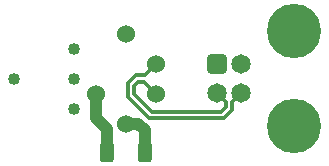
<source format=gbr>
G04 #@! TF.GenerationSoftware,KiCad,Pcbnew,8.0.6*
G04 #@! TF.CreationDate,2025-01-27T10:14:47-05:00*
G04 #@! TF.ProjectId,usbbbrkout,75736262-6272-46b6-9f75-742e6b696361,v1.1.0*
G04 #@! TF.SameCoordinates,Original*
G04 #@! TF.FileFunction,Copper,L1,Top*
G04 #@! TF.FilePolarity,Positive*
%FSLAX46Y46*%
G04 Gerber Fmt 4.6, Leading zero omitted, Abs format (unit mm)*
G04 Created by KiCad (PCBNEW 8.0.6) date 2025-01-27 10:14:47*
%MOMM*%
%LPD*%
G01*
G04 APERTURE LIST*
G04 Aperture macros list*
%AMRoundRect*
0 Rectangle with rounded corners*
0 $1 Rounding radius*
0 $2 $3 $4 $5 $6 $7 $8 $9 X,Y pos of 4 corners*
0 Add a 4 corners polygon primitive as box body*
4,1,4,$2,$3,$4,$5,$6,$7,$8,$9,$2,$3,0*
0 Add four circle primitives for the rounded corners*
1,1,$1+$1,$2,$3*
1,1,$1+$1,$4,$5*
1,1,$1+$1,$6,$7*
1,1,$1+$1,$8,$9*
0 Add four rect primitives between the rounded corners*
20,1,$1+$1,$2,$3,$4,$5,0*
20,1,$1+$1,$4,$5,$6,$7,0*
20,1,$1+$1,$6,$7,$8,$9,0*
20,1,$1+$1,$8,$9,$2,$3,0*%
G04 Aperture macros list end*
G04 #@! TA.AperFunction,ComponentPad*
%ADD10C,1.016000*%
G04 #@! TD*
G04 #@! TA.AperFunction,ComponentPad*
%ADD11C,1.524000*%
G04 #@! TD*
G04 #@! TA.AperFunction,ComponentPad*
%ADD12RoundRect,0.250000X-0.575500X-0.575500X0.575500X-0.575500X0.575500X0.575500X-0.575500X0.575500X0*%
G04 #@! TD*
G04 #@! TA.AperFunction,ComponentPad*
%ADD13C,1.651000*%
G04 #@! TD*
G04 #@! TA.AperFunction,ComponentPad*
%ADD14C,4.600000*%
G04 #@! TD*
G04 #@! TA.AperFunction,SMDPad,CuDef*
%ADD15RoundRect,0.250000X-0.350000X-0.600000X0.350000X-0.600000X0.350000X0.600000X-0.350000X0.600000X0*%
G04 #@! TD*
G04 #@! TA.AperFunction,ViaPad*
%ADD16C,1.524000*%
G04 #@! TD*
G04 #@! TA.AperFunction,Conductor*
%ADD17C,0.304800*%
G04 #@! TD*
G04 #@! TA.AperFunction,Conductor*
%ADD18C,1.016000*%
G04 #@! TD*
G04 APERTURE END LIST*
D10*
X129540000Y-101600000D03*
X134620000Y-101600000D03*
X134620000Y-99060000D03*
X134620000Y-104140000D03*
D11*
X139065000Y-105410000D03*
X141605000Y-102870000D03*
X141605000Y-100330000D03*
X139065000Y-97790000D03*
D12*
X146760000Y-100350000D03*
D13*
X146760000Y-102850000D03*
X148760000Y-102850000D03*
X148760000Y-100350000D03*
D14*
X153250000Y-97600000D03*
X153250000Y-105600000D03*
D15*
X137465000Y-107823000D03*
X140665000Y-107823000D03*
D16*
X136525000Y-102870000D03*
D17*
X140068301Y-101866699D02*
X140601699Y-101866699D01*
X147091400Y-104444800D02*
X141274800Y-104444800D01*
X141274800Y-104444800D02*
X139700000Y-102870000D01*
X140601699Y-101866699D02*
X141605000Y-102870000D01*
X139700000Y-102870000D02*
X139700000Y-102235000D01*
X147493301Y-103583301D02*
X147493301Y-104042899D01*
X139700000Y-102235000D02*
X140068301Y-101866699D01*
X146760000Y-102850000D02*
X147493301Y-103583301D01*
X147493301Y-104042899D02*
X147091400Y-104444800D01*
X139166600Y-103124000D02*
X139166600Y-102006400D01*
X141020800Y-104978200D02*
X139166600Y-103124000D01*
X148026699Y-104271501D02*
X147320000Y-104978200D01*
X140614400Y-101320600D02*
X141605000Y-100330000D01*
X148760000Y-102850000D02*
X148026699Y-103583301D01*
X148026699Y-103583301D02*
X148026699Y-104271501D01*
X139166600Y-102006400D02*
X139852400Y-101320600D01*
X147320000Y-104978200D02*
X141020800Y-104978200D01*
X139852400Y-101320600D02*
X140614400Y-101320600D01*
D18*
X137465000Y-105842000D02*
X137465000Y-107823000D01*
X136525000Y-104902000D02*
X137465000Y-105842000D01*
X136525000Y-102870000D02*
X136525000Y-104902000D01*
X140665000Y-105994000D02*
X140665000Y-107823000D01*
X140081000Y-105410000D02*
X140665000Y-105994000D01*
X139065000Y-105410000D02*
X140081000Y-105410000D01*
M02*

</source>
